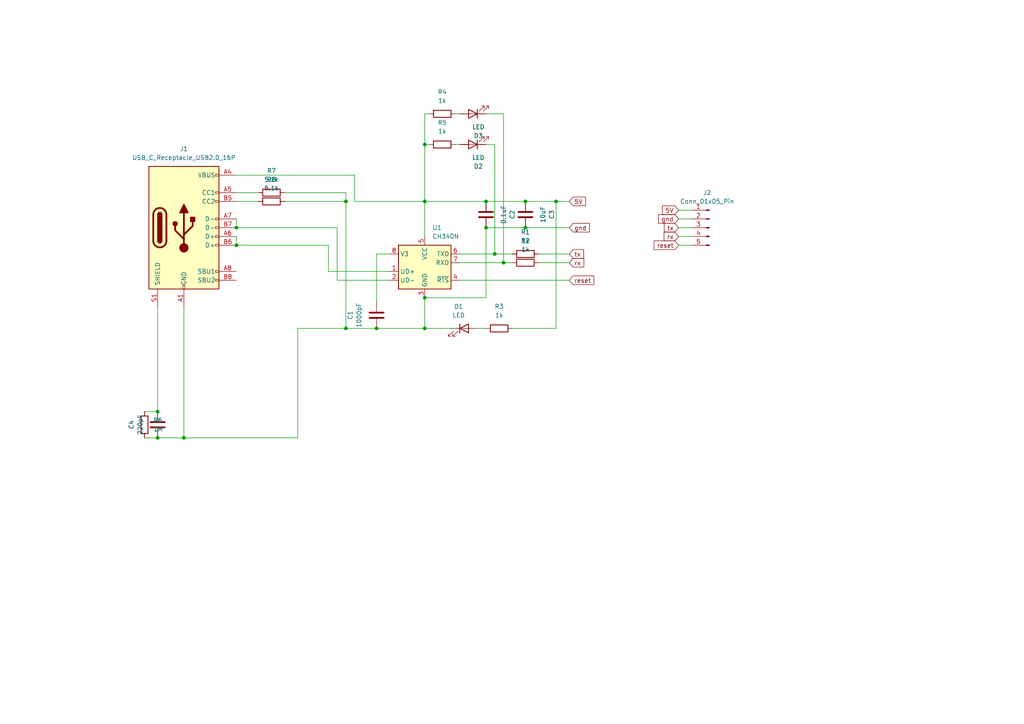
<source format=kicad_sch>
(kicad_sch (version 20231120) (generator "eeschema") (generator_version "8.0")
  (paper "A4")
  (lib_symbols
    (symbol "Connector:Conn_01x05_Pin" (pin_names (offset 1.016) hide)
      (property "Reference" "J" (at 0 7.62 0))
      (property "Value" "Conn_01x05_Pin" (at 0 -7.62 0))
      (symbol "Conn_01x05_Pin_1_1"
        (polyline (pts (xy 1.27 -5.08) (xy 0.8636 -5.08)) (stroke (width 0.1524)))
        (polyline (pts (xy 1.27 -2.54) (xy 0.8636 -2.54)) (stroke (width 0.1524)))
        (polyline (pts (xy 1.27 0) (xy 0.8636 0)) (stroke (width 0.1524)))
        (polyline (pts (xy 1.27 2.54) (xy 0.8636 2.54)) (stroke (width 0.1524)))
        (polyline (pts (xy 1.27 5.08) (xy 0.8636 5.08)) (stroke (width 0.1524)))
        (rectangle (start 0.8636 -4.953) (end 0 -5.207) (stroke (width 0.1524)) (fill (type outline)))
        (rectangle (start 0.8636 -2.413) (end 0 -2.667) (stroke (width 0.1524)) (fill (type outline)))
        (rectangle (start 0.8636 0.127) (end 0 -0.127) (stroke (width 0.1524)) (fill (type outline)))
        (rectangle (start 0.8636 2.667) (end 0 2.413) (stroke (width 0.1524)) (fill (type outline)))
        (rectangle (start 0.8636 5.207) (end 0 4.953) (stroke (width 0.1524)) (fill (type outline)))
        (pin passive line (at 5.08 5.08 180) (length 3.81) (name "Pin_1") (number "1"))
        (pin passive line (at 5.08 2.54 180) (length 3.81) (name "Pin_2") (number "2"))
        (pin passive line (at 5.08 0 180) (length 3.81) (name "Pin_3") (number "3"))
        (pin passive line (at 5.08 -2.54 180) (length 3.81) (name "Pin_4") (number "4"))
        (pin passive line (at 5.08 -5.08 180) (length 3.81) (name "Pin_5") (number "5"))
      )
    )
    (symbol "Device:C" (pin_numbers hide) (pin_names (offset 0.254))
      (property "Reference" "C" (at 0.635 2.54 0))
      (property "Value" "C" (at 0.635 -2.54 0))
      (symbol "C_0_1"
        (polyline (pts (xy -2.032 -0.762) (xy 2.032 -0.762)) (stroke (width 0.508)))
        (polyline (pts (xy -2.032 0.762) (xy 2.032 0.762)) (stroke (width 0.508)))
      )
      (symbol "C_1_1"
        (pin passive line (at 0 3.81 270) (length 2.794) (name "~") (number "1"))
        (pin passive line (at 0 -3.81 90) (length 2.794) (name "~") (number "2"))
      )
    )
    (symbol "Device:LED" (pin_numbers hide) (pin_names (offset 1.016) hide)
      (property "Reference" "D" (at 0 2.54 0))
      (property "Value" "LED" (at 0 -2.54 0))
      (symbol "LED_0_1"
        (polyline (pts (xy -1.27 -1.27) (xy -1.27 1.27)) (stroke (width 0.254)))
        (polyline (pts (xy -1.27 0) (xy 1.27 0)))
        (polyline (pts (xy 1.27 -1.27) (xy 1.27 1.27) (xy -1.27 0) (xy 1.27 -1.27)) (stroke (width 0.254)))
        (polyline (pts (xy -3.048 -0.762) (xy -4.572 -2.286) (xy -3.81 -2.286) (xy -4.572 -2.286) (xy -4.572 -1.524)))
        (polyline (pts (xy -1.778 -0.762) (xy -3.302 -2.286) (xy -2.54 -2.286) (xy -3.302 -2.286) (xy -3.302 -1.524)))
      )
      (symbol "LED_1_1"
        (pin passive line (at -3.81 0 0) (length 2.54) (name "K") (number "1"))
        (pin passive line (at 3.81 0 180) (length 2.54) (name "A") (number "2"))
      )
    )
    (symbol "Device:R" (pin_numbers hide) (pin_names (offset 0))
      (property "Reference" "R" (at 2.032 0 90))
      (property "Value" "R" (at 0 0 90))
      (symbol "R_0_1"
        (rectangle (start -1.016 -2.54) (end 1.016 2.54) (stroke (width 0.254)))
      )
      (symbol "R_1_1"
        (pin passive line (at 0 3.81 270) (length 1.27) (name "~") (number "1"))
        (pin passive line (at 0 -3.81 90) (length 1.27) (name "~") (number "2"))
      )
    )
    (symbol "Interface_USB:CH340N"
      (property "Reference" "U" (at -7.62 6.35 0))
      (property "Value" "CH340N" (at 7.62 6.35 0))
      (symbol "CH340N_0_1"
        (rectangle (start -7.62 5.08) (end 7.62 -7.62) (stroke (width 0.254)) (fill (type background)))
      )
      (symbol "CH340N_1_1"
        (pin bidirectional line (at -10.16 -2.54 0) (length 2.54) (name "UD+") (number "1"))
        (pin bidirectional line (at -10.16 -5.08 0) (length 2.54) (name "UD-") (number "2"))
        (pin power_in line (at 0 -10.16 90) (length 2.54) (name "GND") (number "3"))
        (pin output line (at 10.16 -5.08 180) (length 2.54) (name "~{RTS}") (number "4"))
        (pin power_in line (at 0 7.62 270) (length 2.54) (name "VCC") (number "5"))
        (pin output line (at 10.16 2.54 180) (length 2.54) (name "TXD") (number "6"))
        (pin input line (at 10.16 0 180) (length 2.54) (name "RXD") (number "7"))
        (pin passive line (at -10.16 2.54 0) (length 2.54) (name "V3") (number "8"))
      )
    )
    (symbol "koyama_liblary:USB_C_Receptacle_USB2.0_16P" (pin_names (offset 1.016))
      (property "Reference" "J" (at 0 22.225 0))
      (property "Value" "USB_C_Receptacle_USB2.0_16P" (at 0 19.685 0))
      (symbol "USB_C_Receptacle_USB2.0_16P_0_0"
        (rectangle (start -0.254 -17.78) (end 0.254 -16.764))
        (rectangle (start 10.16 -14.986) (end 9.144 -15.494))
        (rectangle (start 10.16 -12.446) (end 9.144 -12.954))
        (rectangle (start 10.16 -4.826) (end 9.144 -5.334))
        (rectangle (start 10.16 -2.286) (end 9.144 -2.794))
        (rectangle (start 10.16 0.254) (end 9.144 -0.254))
        (rectangle (start 10.16 2.794) (end 9.144 2.286))
        (rectangle (start 10.16 7.874) (end 9.144 7.366))
        (rectangle (start 10.16 10.414) (end 9.144 9.906))
        (rectangle (start 10.16 15.494) (end 9.144 14.986))
      )
      (symbol "USB_C_Receptacle_USB2.0_16P_0_1"
        (rectangle (start -10.16 17.78) (end 10.16 -17.78) (stroke (width 0.254)) (fill (type background)))
        (arc (start -8.89 -3.81) (mid -6.985 -5.7067) (end -5.08 -3.81) (stroke (width 0.508)))
        (arc (start -7.62 -3.81) (mid -6.985 -4.4423) (end -6.35 -3.81) (stroke (width 0.254)))
        (arc (start -7.62 -3.81) (mid -6.985 -4.4423) (end -6.35 -3.81) (stroke (width 0.254)) (fill (type outline)))
        (rectangle (start -7.62 -3.81) (end -6.35 3.81) (stroke (width 0.254)) (fill (type outline)))
        (arc (start -6.35 3.81) (mid -6.985 4.4423) (end -7.62 3.81) (stroke (width 0.254)))
        (arc (start -6.35 3.81) (mid -6.985 4.4423) (end -7.62 3.81) (stroke (width 0.254)) (fill (type outline)))
        (arc (start -5.08 3.81) (mid -6.985 5.7067) (end -8.89 3.81) (stroke (width 0.508)))
        (circle (center -2.54 1.143) (radius 0.635) (stroke (width 0.254)) (fill (type outline)))
        (circle (center 0 -5.842) (radius 1.27) (fill (type outline)))
        (polyline (pts (xy -8.89 -3.81) (xy -8.89 3.81)) (stroke (width 0.508)))
        (polyline (pts (xy -5.08 3.81) (xy -5.08 -3.81)) (stroke (width 0.508)))
        (polyline (pts (xy 0 -5.842) (xy 0 4.318)) (stroke (width 0.508)))
        (polyline (pts (xy 0 -3.302) (xy -2.54 -0.762) (xy -2.54 0.508)) (stroke (width 0.508)))
        (polyline (pts (xy 0 -2.032) (xy 2.54 0.508) (xy 2.54 1.778)) (stroke (width 0.508)))
        (polyline (pts (xy -1.27 4.318) (xy 0 6.858) (xy 1.27 4.318) (xy -1.27 4.318)) (stroke (width 0.254)) (fill (type outline)))
        (rectangle (start 1.905 1.778) (end 3.175 3.048) (stroke (width 0.254)) (fill (type outline)))
      )
      (symbol "USB_C_Receptacle_USB2.0_16P_1_1"
        (pin passive line (at 0 -22.86 90) (length 5.08) (name "GND") (number "A1"))
        (pin passive line (at 0 -22.86 90) (length 5.08) hide (name "GND") (number "A12"))
        (pin passive line (at 15.24 15.24 180) (length 5.08) (name "VBUS") (number "A4"))
        (pin bidirectional line (at 15.24 10.16 180) (length 5.08) (name "CC1") (number "A5"))
        (pin bidirectional line (at 15.24 -2.54 180) (length 5.08) (name "D+") (number "A6"))
        (pin bidirectional line (at 15.24 2.54 180) (length 5.08) (name "D-") (number "A7"))
        (pin bidirectional line (at 15.24 -12.7 180) (length 5.08) (name "SBU1") (number "A8"))
        (pin passive line (at 15.24 15.24 180) (length 5.08) hide (name "VBUS") (number "A9"))
        (pin passive line (at 0 -22.86 90) (length 5.08) hide (name "GND") (number "B1"))
        (pin passive line (at 0 -22.86 90) (length 5.08) hide (name "GND") (number "B12"))
        (pin passive line (at 15.24 15.24 180) (length 5.08) hide (name "VBUS") (number "B4"))
        (pin bidirectional line (at 15.24 7.62 180) (length 5.08) (name "CC2") (number "B5"))
        (pin bidirectional line (at 15.24 -5.08 180) (length 5.08) (name "D+") (number "B6"))
        (pin bidirectional line (at 15.24 0 180) (length 5.08) (name "D-") (number "B7"))
        (pin bidirectional line (at 15.24 -15.24 180) (length 5.08) (name "SBU2") (number "B8"))
        (pin passive line (at 15.24 15.24 180) (length 5.08) hide (name "VBUS") (number "B9"))
        (pin passive line (at -7.62 -22.86 90) (length 5.08) (name "SHIELD") (number "S1"))
      )
    )
  )
  (junction (at 140.97 58.42))
  (junction (at 123.19 58.42))
  (junction (at 68.58 71.12))
  (junction (at 68.58 66.04))
  (junction (at 123.19 41.91))
  (junction (at 140.97 66.04))
  (junction (at 152.4 58.42))
  (junction (at 109.22 95.25))
  (junction (at 100.33 95.25))
  (junction (at 45.72 119.38))
  (junction (at 123.19 86.36))
  (junction (at 146.05 76.2))
  (junction (at 45.72 127))
  (junction (at 53.34 127))
  (junction (at 100.33 58.42))
  (junction (at 143.51 73.66))
  (junction (at 123.19 95.25))
  (junction (at 161.29 58.42))
  (junction (at 152.4 66.04))
  (wire (pts (xy 200.66 71.12) (xy 196.85 71.12)))
  (wire (pts (xy 132.08 33.02) (xy 133.35 33.02)))
  (wire (pts (xy 146.05 33.02) (xy 146.05 76.2)))
  (wire (pts (xy 140.97 66.04) (xy 140.97 86.36)))
  (wire (pts (xy 156.21 76.2) (xy 165.1 76.2)))
  (wire (pts (xy 102.87 58.42) (xy 123.19 58.42)))
  (wire (pts (xy 68.58 71.12) (xy 95.25 71.12)))
  (wire (pts (xy 86.36 127) (xy 86.36 95.25)))
  (wire (pts (xy 41.91 119.38) (xy 45.72 119.38)))
  (wire (pts (xy 100.33 58.42) (xy 100.33 95.25)))
  (wire (pts (xy 100.33 95.25) (xy 109.22 95.25)))
  (wire (pts (xy 152.4 66.04) (xy 165.1 66.04)))
  (wire (pts (xy 200.66 66.04) (xy 196.85 66.04)))
  (wire (pts (xy 146.05 76.2) (xy 148.59 76.2)))
  (wire (pts (xy 161.29 58.42) (xy 161.29 95.25)))
  (wire (pts (xy 82.55 55.88) (xy 100.33 55.88)))
  (wire (pts (xy 143.51 41.91) (xy 143.51 73.66)))
  (wire (pts (xy 123.19 68.58) (xy 123.19 58.42)))
  (wire (pts (xy 123.19 95.25) (xy 123.19 86.36)))
  (wire (pts (xy 53.34 127) (xy 86.36 127)))
  (wire (pts (xy 45.72 127) (xy 53.34 127)))
  (wire (pts (xy 97.79 81.28) (xy 113.03 81.28)))
  (wire (pts (xy 95.25 78.74) (xy 113.03 78.74)))
  (wire (pts (xy 140.97 66.04) (xy 152.4 66.04)))
  (wire (pts (xy 123.19 41.91) (xy 123.19 33.02)))
  (wire (pts (xy 68.58 55.88) (xy 74.93 55.88)))
  (wire (pts (xy 133.35 81.28) (xy 165.1 81.28)))
  (wire (pts (xy 109.22 73.66) (xy 109.22 87.63)))
  (wire (pts (xy 123.19 86.36) (xy 140.97 86.36)))
  (wire (pts (xy 143.51 73.66) (xy 148.59 73.66)))
  (wire (pts (xy 97.79 66.04) (xy 97.79 81.28)))
  (wire (pts (xy 133.35 76.2) (xy 146.05 76.2)))
  (wire (pts (xy 68.58 63.5) (xy 68.58 66.04)))
  (wire (pts (xy 200.66 68.58) (xy 196.85 68.58)))
  (wire (pts (xy 140.97 58.42) (xy 152.4 58.42)))
  (wire (pts (xy 161.29 58.42) (xy 165.1 58.42)))
  (wire (pts (xy 140.97 33.02) (xy 146.05 33.02)))
  (wire (pts (xy 200.66 60.96) (xy 196.85 60.96)))
  (wire (pts (xy 109.22 95.25) (xy 123.19 95.25)))
  (wire (pts (xy 156.21 73.66) (xy 165.1 73.66)))
  (wire (pts (xy 138.43 95.25) (xy 140.97 95.25)))
  (wire (pts (xy 152.4 58.42) (xy 161.29 58.42)))
  (wire (pts (xy 68.58 58.42) (xy 74.93 58.42)))
  (wire (pts (xy 123.19 41.91) (xy 124.46 41.91)))
  (wire (pts (xy 45.72 88.9) (xy 45.72 119.38)))
  (wire (pts (xy 68.58 66.04) (xy 97.79 66.04)))
  (wire (pts (xy 86.36 95.25) (xy 100.33 95.25)))
  (wire (pts (xy 132.08 41.91) (xy 133.35 41.91)))
  (wire (pts (xy 41.91 127) (xy 45.72 127)))
  (wire (pts (xy 123.19 58.42) (xy 123.19 41.91)))
  (wire (pts (xy 95.25 71.12) (xy 95.25 78.74)))
  (wire (pts (xy 53.34 88.9) (xy 53.34 127)))
  (wire (pts (xy 100.33 55.88) (xy 100.33 58.42)))
  (wire (pts (xy 82.55 58.42) (xy 100.33 58.42)))
  (wire (pts (xy 68.58 50.8) (xy 102.87 50.8)))
  (wire (pts (xy 109.22 73.66) (xy 113.03 73.66)))
  (wire (pts (xy 148.59 95.25) (xy 161.29 95.25)))
  (wire (pts (xy 140.97 41.91) (xy 143.51 41.91)))
  (wire (pts (xy 133.35 73.66) (xy 143.51 73.66)))
  (wire (pts (xy 123.19 58.42) (xy 140.97 58.42)))
  (wire (pts (xy 102.87 50.8) (xy 102.87 58.42)))
  (wire (pts (xy 200.66 63.5) (xy 196.85 63.5)))
  (wire (pts (xy 123.19 95.25) (xy 130.81 95.25)))
  (wire (pts (xy 68.58 68.58) (xy 68.58 71.12)))
  (wire (pts (xy 123.19 33.02) (xy 124.46 33.02)))
  (global_label "tx" (shape input) (at 165.1 73.66 0) (property "Intersheetrefs" "${INTERSHEET_REFS}" (effects (hide yes))))
  (global_label "reset" (shape input) (at 196.85 71.12 180) (property "Intersheetrefs" "${INTERSHEET_REFS}" (effects (hide yes))))
  (global_label "gnd" (shape input) (at 196.85 63.5 180) (property "Intersheetrefs" "${INTERSHEET_REFS}" (effects (hide yes))))
  (global_label "5V" (shape input) (at 196.85 60.96 180) (property "Intersheetrefs" "${INTERSHEET_REFS}" (effects (hide yes))))
  (global_label "gnd" (shape input) (at 165.1 66.04 0) (property "Intersheetrefs" "${INTERSHEET_REFS}" (effects (hide yes))))
  (global_label "rx" (shape input) (at 196.85 68.58 180) (property "Intersheetrefs" "${INTERSHEET_REFS}" (effects (hide yes))))
  (global_label "rx" (shape input) (at 165.1 76.2 0) (property "Intersheetrefs" "${INTERSHEET_REFS}" (effects (hide yes))))
  (global_label "5V" (shape input) (at 165.1 58.42 0) (property "Intersheetrefs" "${INTERSHEET_REFS}" (effects (hide yes))))
  (global_label "tx" (shape input) (at 196.85 66.04 180) (property "Intersheetrefs" "${INTERSHEET_REFS}" (effects (hide yes))))
  (global_label "reset" (shape input) (at 165.1 81.28 0) (property "Intersheetrefs" "${INTERSHEET_REFS}" (effects (hide yes))))
  (symbol (lib_id "Device:LED") (at 134.62 95.25 0) (unit 1)
    (property "Reference" "D1" (at 133.0325 88.9 0))
    (property "Value" "LED" (at 133.0325 91.44 0))
    (property "Footprint" "LED_SMD:LED_0603_1608Metric_Pad1.05x0.95mm_HandSolder" (effects (hide yes)))
    (property "Description" "Light emitting diode" (effects (hide yes)))
  )
  (symbol (lib_id "Device:C") (at 140.97 62.23 180) (unit 1)
    (property "Reference" "C2" (at 148.59 62.23 90))
    (property "Value" "0.1uF" (at 146.05 62.23 90))
    (property "Footprint" "Capacitor_SMD:C_0603_1608Metric_Pad1.08x0.95mm_HandSolder" (effects (hide yes)))
    (property "Description" "Unpolarized capacitor" (effects (hide yes)))
  )
  (symbol (lib_id "Device:C") (at 45.72 123.19 0) (unit 1)
    (property "Reference" "C4" (at 38.1 123.19 90))
    (property "Value" "220pF" (at 40.64 123.19 90))
    (property "Footprint" "Capacitor_SMD:C_0805_2012Metric" (effects (hide yes)))
    (property "Description" "Unpolarized capacitor" (effects (hide yes)))
  )
  (symbol (lib_id "Interface_USB:CH340N") (at 123.19 76.2 0) (unit 1)
    (property "Reference" "U1" (at 125.3841 66.04 0) (effects (justify left)))
    (property "Value" "CH340N" (at 125.3841 68.58 0) (effects (justify left)))
    (property "Footprint" "Package_SO:SOP-8_3.9x4.9mm_P1.27mm" (effects (hide yes)))
    (property "Datasheet" "https://aitendo3.sakura.ne.jp/aitendo_data/product_img/ic/inteface/CH340N/ch340n.pdf" (effects (hide yes)))
    (property "Description" "USB serial converter, 2Mbps, UART, SOP-8" (effects (hide yes)))
  )
  (symbol (lib_id "Device:LED") (at 137.16 33.02 180) (unit 1)
    (property "Reference" "D3" (at 138.7475 39.37 0))
    (property "Value" "LED" (at 138.7475 36.83 0))
    (property "Footprint" "LED_SMD:LED_0603_1608Metric_Pad1.05x0.95mm_HandSolder" (effects (hide yes)))
    (property "Description" "Light emitting diode" (effects (hide yes)))
  )
  (symbol (lib_id "koyama_liblary:USB_C_Receptacle_USB2.0_16P") (at 53.34 66.04 0) (unit 1)
    (property "Reference" "J1" (at 53.34 43.18 0))
    (property "Value" "USB_C_Receptacle_USB2.0_16P" (at 53.34 45.72 0))
    (property "Footprint" "Connector_USB:USB_C_Receptacle_Palconn_UTC16-G" (effects (hide yes)))
    (property "Datasheet" "https://www.usb.org/sites/default/files/documents/usb_type-c.zip" (effects (hide yes)))
    (property "Description" "USB 2.0-only 16P Type-C Receptacle connector" (effects (hide yes)))
  )
  (symbol (lib_id "Device:R") (at 152.4 76.2 270) (unit 1)
    (property "Reference" "R2" (at 152.4 69.85 90))
    (property "Value" "1k" (at 152.4 72.39 90))
    (property "Footprint" "Resistor_SMD:R_0805_2012Metric" (effects (hide yes)))
    (property "Description" "Resistor" (effects (hide yes)))
  )
  (symbol (lib_id "Device:R") (at 78.74 55.88 270) (unit 1)
    (property "Reference" "R7" (at 78.74 49.53 90))
    (property "Value" "5.1k" (at 78.74 52.07 90))
    (property "Footprint" "Resistor_SMD:R_0805_2012Metric" (effects (hide yes)))
    (property "Description" "Resistor" (effects (hide yes)))
  )
  (symbol (lib_id "Device:C") (at 109.22 91.44 0) (unit 1)
    (property "Reference" "C1" (at 101.6 91.44 90))
    (property "Value" "1000pF" (at 104.14 91.44 90))
    (property "Footprint" "Capacitor_SMD:C_0603_1608Metric_Pad1.08x0.95mm_HandSolder" (effects (hide yes)))
    (property "Description" "Unpolarized capacitor" (effects (hide yes)))
  )
  (symbol (lib_id "Device:R") (at 41.91 123.19 180) (unit 1)
    (property "Reference" "R6" (at 44.45 121.9199 0) (effects (justify right)))
    (property "Value" "1M" (at 44.45 124.4599 0) (effects (justify right)))
    (property "Footprint" "Resistor_SMD:R_0805_2012Metric" (effects (hide yes)))
    (property "Description" "Resistor" (effects (hide yes)))
  )
  (symbol (lib_id "Device:R") (at 144.78 95.25 270) (unit 1)
    (property "Reference" "R3" (at 144.78 88.9 90))
    (property "Value" "1k" (at 144.78 91.44 90))
    (property "Footprint" "Resistor_SMD:R_0805_2012Metric" (effects (hide yes)))
    (property "Description" "Resistor" (effects (hide yes)))
  )
  (symbol (lib_id "Device:C") (at 152.4 62.23 180) (unit 1)
    (property "Reference" "C3" (at 160.02 62.23 90))
    (property "Value" "10uF" (at 157.48 62.23 90))
    (property "Footprint" "Capacitor_SMD:C_0603_1608Metric_Pad1.08x0.95mm_HandSolder" (effects (hide yes)))
    (property "Description" "Unpolarized capacitor" (effects (hide yes)))
  )
  (symbol (lib_id "Device:R") (at 152.4 73.66 270) (unit 1)
    (property "Reference" "R1" (at 152.4 67.31 90))
    (property "Value" "1k" (at 152.4 69.85 90))
    (property "Footprint" "Resistor_SMD:R_0805_2012Metric" (effects (hide yes)))
    (property "Description" "Resistor" (effects (hide yes)))
  )
  (symbol (lib_id "Device:LED") (at 137.16 41.91 180) (unit 1)
    (property "Reference" "D2" (at 138.7475 48.26 0))
    (property "Value" "LED" (at 138.7475 45.72 0))
    (property "Footprint" "LED_SMD:LED_0603_1608Metric_Pad1.05x0.95mm_HandSolder" (effects (hide yes)))
    (property "Description" "Light emitting diode" (effects (hide yes)))
  )
  (symbol (lib_id "Connector:Conn_01x05_Pin") (at 205.74 66.04 0) (mirror y) (unit 1)
    (property "Reference" "J2" (at 205.105 55.88 0))
    (property "Value" "Conn_01x05_Pin" (at 205.105 58.42 0))
    (property "Footprint" "Connector_PinHeader_2.54mm:PinHeader_1x05_P2.54mm_Vertical" (effects (hide yes)))
    (property "Description" "Generic connector, single row, 01x05, script generated" (effects (hide yes)))
  )
  (symbol (lib_id "Device:R") (at 78.74 58.42 270) (unit 1)
    (property "Reference" "R8" (at 78.74 52.07 90))
    (property "Value" "5.1k" (at 78.74 54.61 90))
    (property "Footprint" "Resistor_SMD:R_0805_2012Metric" (effects (hide yes)))
    (property "Description" "Resistor" (effects (hide yes)))
  )
  (symbol (lib_id "Device:R") (at 128.27 33.02 270) (unit 1)
    (property "Reference" "R4" (at 128.27 26.67 90))
    (property "Value" "1k" (at 128.27 29.21 90))
    (property "Footprint" "Resistor_SMD:R_0805_2012Metric" (effects (hide yes)))
    (property "Description" "Resistor" (effects (hide yes)))
  )
  (symbol (lib_id "Device:R") (at 128.27 41.91 270) (unit 1)
    (property "Reference" "R5" (at 128.27 35.56 90))
    (property "Value" "1k" (at 128.27 38.1 90))
    (property "Footprint" "Resistor_SMD:R_0805_2012Metric" (effects (hide yes)))
    (property "Description" "Resistor" (effects (hide yes)))
  )
)
</source>
